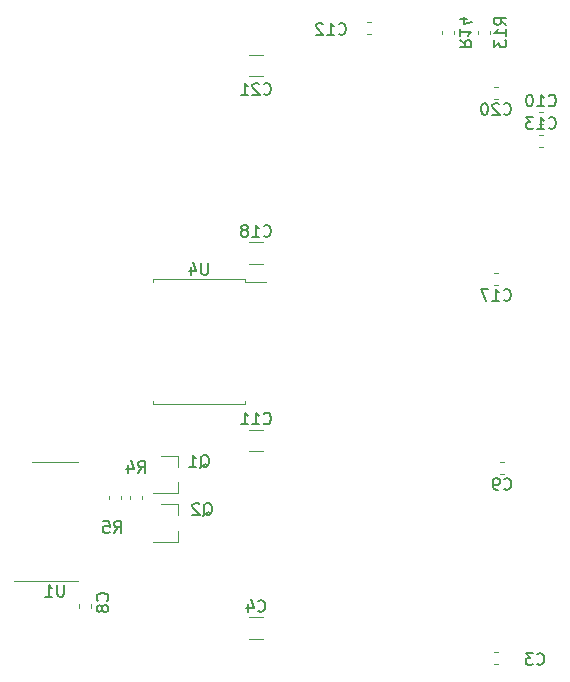
<source format=gbr>
G04 #@! TF.GenerationSoftware,KiCad,Pcbnew,5.1.6*
G04 #@! TF.CreationDate,2020-07-21T22:46:31+02:00*
G04 #@! TF.ProjectId,esp32_stepper_driver,65737033-325f-4737-9465-707065725f64,rev?*
G04 #@! TF.SameCoordinates,Original*
G04 #@! TF.FileFunction,Legend,Bot*
G04 #@! TF.FilePolarity,Positive*
%FSLAX46Y46*%
G04 Gerber Fmt 4.6, Leading zero omitted, Abs format (unit mm)*
G04 Created by KiCad (PCBNEW 5.1.6) date 2020-07-21 22:46:31*
%MOMM*%
%LPD*%
G01*
G04 APERTURE LIST*
%ADD10C,0.120000*%
%ADD11C,0.150000*%
G04 APERTURE END LIST*
D10*
X159004000Y-107368000D02*
X155144000Y-107368000D01*
X155144000Y-107368000D02*
X155144000Y-107113000D01*
X159004000Y-107368000D02*
X162864000Y-107368000D01*
X162864000Y-107368000D02*
X162864000Y-107113000D01*
X159004000Y-96848000D02*
X155144000Y-96848000D01*
X155144000Y-96848000D02*
X155144000Y-97103000D01*
X159004000Y-96848000D02*
X162864000Y-96848000D01*
X162864000Y-96848000D02*
X162864000Y-97103000D01*
X162864000Y-97103000D02*
X164679000Y-97103000D01*
X146812000Y-112288000D02*
X148762000Y-112288000D01*
X146812000Y-112288000D02*
X144862000Y-112288000D01*
X146812000Y-122408000D02*
X148762000Y-122408000D01*
X146812000Y-122408000D02*
X143362000Y-122408000D01*
X180596000Y-76108779D02*
X180596000Y-75783221D01*
X179576000Y-76108779D02*
X179576000Y-75783221D01*
X183644000Y-76108779D02*
X183644000Y-75783221D01*
X182624000Y-76108779D02*
X182624000Y-75783221D01*
X152402000Y-115478779D02*
X152402000Y-115153221D01*
X151382000Y-115478779D02*
X151382000Y-115153221D01*
X153160000Y-115153221D02*
X153160000Y-115478779D01*
X154180000Y-115153221D02*
X154180000Y-115478779D01*
X157224000Y-115895000D02*
X157224000Y-116825000D01*
X157224000Y-119055000D02*
X157224000Y-118125000D01*
X157224000Y-119055000D02*
X155064000Y-119055000D01*
X157224000Y-115895000D02*
X155764000Y-115895000D01*
X157224000Y-111765000D02*
X157224000Y-112695000D01*
X157224000Y-114925000D02*
X157224000Y-113995000D01*
X157224000Y-114925000D02*
X155064000Y-114925000D01*
X157224000Y-111765000D02*
X155764000Y-111765000D01*
X183978733Y-81536000D02*
X184321267Y-81536000D01*
X183978733Y-80516000D02*
X184321267Y-80516000D01*
X164432064Y-93705000D02*
X163227936Y-93705000D01*
X164432064Y-95525000D02*
X163227936Y-95525000D01*
X183978733Y-97284000D02*
X184321267Y-97284000D01*
X183978733Y-96264000D02*
X184321267Y-96264000D01*
X188131267Y-84580000D02*
X187788733Y-84580000D01*
X188131267Y-85600000D02*
X187788733Y-85600000D01*
X173183733Y-76075000D02*
X173526267Y-76075000D01*
X173183733Y-75055000D02*
X173526267Y-75055000D01*
X164432064Y-109580000D02*
X163227936Y-109580000D01*
X164432064Y-111400000D02*
X163227936Y-111400000D01*
X188131267Y-82675000D02*
X187788733Y-82675000D01*
X188131267Y-83695000D02*
X187788733Y-83695000D01*
X184486733Y-113286000D02*
X184829267Y-113286000D01*
X184486733Y-112266000D02*
X184829267Y-112266000D01*
X148842000Y-124288733D02*
X148842000Y-124631267D01*
X149862000Y-124288733D02*
X149862000Y-124631267D01*
X164432064Y-125455000D02*
X163227936Y-125455000D01*
X164432064Y-127275000D02*
X163227936Y-127275000D01*
X183978733Y-129415000D02*
X184321267Y-129415000D01*
X183978733Y-128395000D02*
X184321267Y-128395000D01*
X164432064Y-79650000D02*
X163227936Y-79650000D01*
X164432064Y-77830000D02*
X163227936Y-77830000D01*
D11*
X159765904Y-95460380D02*
X159765904Y-96269904D01*
X159718285Y-96365142D01*
X159670666Y-96412761D01*
X159575428Y-96460380D01*
X159384952Y-96460380D01*
X159289714Y-96412761D01*
X159242095Y-96365142D01*
X159194476Y-96269904D01*
X159194476Y-95460380D01*
X158289714Y-95793714D02*
X158289714Y-96460380D01*
X158527809Y-95412761D02*
X158765904Y-96127047D01*
X158146857Y-96127047D01*
X147573904Y-122700380D02*
X147573904Y-123509904D01*
X147526285Y-123605142D01*
X147478666Y-123652761D01*
X147383428Y-123700380D01*
X147192952Y-123700380D01*
X147097714Y-123652761D01*
X147050095Y-123605142D01*
X147002476Y-123509904D01*
X147002476Y-122700380D01*
X146002476Y-123700380D02*
X146573904Y-123700380D01*
X146288190Y-123700380D02*
X146288190Y-122700380D01*
X146383428Y-122843238D01*
X146478666Y-122938476D01*
X146573904Y-122986095D01*
X181063619Y-76588857D02*
X181539809Y-76922190D01*
X181063619Y-77160285D02*
X182063619Y-77160285D01*
X182063619Y-76779333D01*
X182016000Y-76684095D01*
X181968380Y-76636476D01*
X181873142Y-76588857D01*
X181730285Y-76588857D01*
X181635047Y-76636476D01*
X181587428Y-76684095D01*
X181539809Y-76779333D01*
X181539809Y-77160285D01*
X181063619Y-75636476D02*
X181063619Y-76207904D01*
X181063619Y-75922190D02*
X182063619Y-75922190D01*
X181920761Y-76017428D01*
X181825523Y-76112666D01*
X181777904Y-76207904D01*
X181730285Y-74779333D02*
X181063619Y-74779333D01*
X182111238Y-75017428D02*
X181396952Y-75255523D01*
X181396952Y-74636476D01*
X185016380Y-75303142D02*
X184540190Y-74969809D01*
X185016380Y-74731714D02*
X184016380Y-74731714D01*
X184016380Y-75112666D01*
X184064000Y-75207904D01*
X184111619Y-75255523D01*
X184206857Y-75303142D01*
X184349714Y-75303142D01*
X184444952Y-75255523D01*
X184492571Y-75207904D01*
X184540190Y-75112666D01*
X184540190Y-74731714D01*
X185016380Y-76255523D02*
X185016380Y-75684095D01*
X185016380Y-75969809D02*
X184016380Y-75969809D01*
X184159238Y-75874571D01*
X184254476Y-75779333D01*
X184302095Y-75684095D01*
X184016380Y-76588857D02*
X184016380Y-77207904D01*
X184397333Y-76874571D01*
X184397333Y-77017428D01*
X184444952Y-77112666D01*
X184492571Y-77160285D01*
X184587809Y-77207904D01*
X184825904Y-77207904D01*
X184921142Y-77160285D01*
X184968761Y-77112666D01*
X185016380Y-77017428D01*
X185016380Y-76731714D01*
X184968761Y-76636476D01*
X184921142Y-76588857D01*
X151804666Y-118308380D02*
X152138000Y-117832190D01*
X152376095Y-118308380D02*
X152376095Y-117308380D01*
X151995142Y-117308380D01*
X151899904Y-117356000D01*
X151852285Y-117403619D01*
X151804666Y-117498857D01*
X151804666Y-117641714D01*
X151852285Y-117736952D01*
X151899904Y-117784571D01*
X151995142Y-117832190D01*
X152376095Y-117832190D01*
X150899904Y-117308380D02*
X151376095Y-117308380D01*
X151423714Y-117784571D01*
X151376095Y-117736952D01*
X151280857Y-117689333D01*
X151042761Y-117689333D01*
X150947523Y-117736952D01*
X150899904Y-117784571D01*
X150852285Y-117879809D01*
X150852285Y-118117904D01*
X150899904Y-118213142D01*
X150947523Y-118260761D01*
X151042761Y-118308380D01*
X151280857Y-118308380D01*
X151376095Y-118260761D01*
X151423714Y-118213142D01*
X153836666Y-113228380D02*
X154170000Y-112752190D01*
X154408095Y-113228380D02*
X154408095Y-112228380D01*
X154027142Y-112228380D01*
X153931904Y-112276000D01*
X153884285Y-112323619D01*
X153836666Y-112418857D01*
X153836666Y-112561714D01*
X153884285Y-112656952D01*
X153931904Y-112704571D01*
X154027142Y-112752190D01*
X154408095Y-112752190D01*
X152979523Y-112561714D02*
X152979523Y-113228380D01*
X153217619Y-112180761D02*
X153455714Y-112895047D01*
X152836666Y-112895047D01*
X159353238Y-116879619D02*
X159448476Y-116832000D01*
X159543714Y-116736761D01*
X159686571Y-116593904D01*
X159781809Y-116546285D01*
X159877047Y-116546285D01*
X159829428Y-116784380D02*
X159924666Y-116736761D01*
X160019904Y-116641523D01*
X160067523Y-116451047D01*
X160067523Y-116117714D01*
X160019904Y-115927238D01*
X159924666Y-115832000D01*
X159829428Y-115784380D01*
X159638952Y-115784380D01*
X159543714Y-115832000D01*
X159448476Y-115927238D01*
X159400857Y-116117714D01*
X159400857Y-116451047D01*
X159448476Y-116641523D01*
X159543714Y-116736761D01*
X159638952Y-116784380D01*
X159829428Y-116784380D01*
X159019904Y-115879619D02*
X158972285Y-115832000D01*
X158877047Y-115784380D01*
X158638952Y-115784380D01*
X158543714Y-115832000D01*
X158496095Y-115879619D01*
X158448476Y-115974857D01*
X158448476Y-116070095D01*
X158496095Y-116212952D01*
X159067523Y-116784380D01*
X158448476Y-116784380D01*
X159099238Y-112815619D02*
X159194476Y-112768000D01*
X159289714Y-112672761D01*
X159432571Y-112529904D01*
X159527809Y-112482285D01*
X159623047Y-112482285D01*
X159575428Y-112720380D02*
X159670666Y-112672761D01*
X159765904Y-112577523D01*
X159813523Y-112387047D01*
X159813523Y-112053714D01*
X159765904Y-111863238D01*
X159670666Y-111768000D01*
X159575428Y-111720380D01*
X159384952Y-111720380D01*
X159289714Y-111768000D01*
X159194476Y-111863238D01*
X159146857Y-112053714D01*
X159146857Y-112387047D01*
X159194476Y-112577523D01*
X159289714Y-112672761D01*
X159384952Y-112720380D01*
X159575428Y-112720380D01*
X158194476Y-112720380D02*
X158765904Y-112720380D01*
X158480190Y-112720380D02*
X158480190Y-111720380D01*
X158575428Y-111863238D01*
X158670666Y-111958476D01*
X158765904Y-112006095D01*
X184792857Y-82813142D02*
X184840476Y-82860761D01*
X184983333Y-82908380D01*
X185078571Y-82908380D01*
X185221428Y-82860761D01*
X185316666Y-82765523D01*
X185364285Y-82670285D01*
X185411904Y-82479809D01*
X185411904Y-82336952D01*
X185364285Y-82146476D01*
X185316666Y-82051238D01*
X185221428Y-81956000D01*
X185078571Y-81908380D01*
X184983333Y-81908380D01*
X184840476Y-81956000D01*
X184792857Y-82003619D01*
X184411904Y-82003619D02*
X184364285Y-81956000D01*
X184269047Y-81908380D01*
X184030952Y-81908380D01*
X183935714Y-81956000D01*
X183888095Y-82003619D01*
X183840476Y-82098857D01*
X183840476Y-82194095D01*
X183888095Y-82336952D01*
X184459523Y-82908380D01*
X183840476Y-82908380D01*
X183221428Y-81908380D02*
X183126190Y-81908380D01*
X183030952Y-81956000D01*
X182983333Y-82003619D01*
X182935714Y-82098857D01*
X182888095Y-82289333D01*
X182888095Y-82527428D01*
X182935714Y-82717904D01*
X182983333Y-82813142D01*
X183030952Y-82860761D01*
X183126190Y-82908380D01*
X183221428Y-82908380D01*
X183316666Y-82860761D01*
X183364285Y-82813142D01*
X183411904Y-82717904D01*
X183459523Y-82527428D01*
X183459523Y-82289333D01*
X183411904Y-82098857D01*
X183364285Y-82003619D01*
X183316666Y-81956000D01*
X183221428Y-81908380D01*
X164472857Y-93152142D02*
X164520476Y-93199761D01*
X164663333Y-93247380D01*
X164758571Y-93247380D01*
X164901428Y-93199761D01*
X164996666Y-93104523D01*
X165044285Y-93009285D01*
X165091904Y-92818809D01*
X165091904Y-92675952D01*
X165044285Y-92485476D01*
X164996666Y-92390238D01*
X164901428Y-92295000D01*
X164758571Y-92247380D01*
X164663333Y-92247380D01*
X164520476Y-92295000D01*
X164472857Y-92342619D01*
X163520476Y-93247380D02*
X164091904Y-93247380D01*
X163806190Y-93247380D02*
X163806190Y-92247380D01*
X163901428Y-92390238D01*
X163996666Y-92485476D01*
X164091904Y-92533095D01*
X162949047Y-92675952D02*
X163044285Y-92628333D01*
X163091904Y-92580714D01*
X163139523Y-92485476D01*
X163139523Y-92437857D01*
X163091904Y-92342619D01*
X163044285Y-92295000D01*
X162949047Y-92247380D01*
X162758571Y-92247380D01*
X162663333Y-92295000D01*
X162615714Y-92342619D01*
X162568095Y-92437857D01*
X162568095Y-92485476D01*
X162615714Y-92580714D01*
X162663333Y-92628333D01*
X162758571Y-92675952D01*
X162949047Y-92675952D01*
X163044285Y-92723571D01*
X163091904Y-92771190D01*
X163139523Y-92866428D01*
X163139523Y-93056904D01*
X163091904Y-93152142D01*
X163044285Y-93199761D01*
X162949047Y-93247380D01*
X162758571Y-93247380D01*
X162663333Y-93199761D01*
X162615714Y-93152142D01*
X162568095Y-93056904D01*
X162568095Y-92866428D01*
X162615714Y-92771190D01*
X162663333Y-92723571D01*
X162758571Y-92675952D01*
X184792857Y-98561142D02*
X184840476Y-98608761D01*
X184983333Y-98656380D01*
X185078571Y-98656380D01*
X185221428Y-98608761D01*
X185316666Y-98513523D01*
X185364285Y-98418285D01*
X185411904Y-98227809D01*
X185411904Y-98084952D01*
X185364285Y-97894476D01*
X185316666Y-97799238D01*
X185221428Y-97704000D01*
X185078571Y-97656380D01*
X184983333Y-97656380D01*
X184840476Y-97704000D01*
X184792857Y-97751619D01*
X183840476Y-98656380D02*
X184411904Y-98656380D01*
X184126190Y-98656380D02*
X184126190Y-97656380D01*
X184221428Y-97799238D01*
X184316666Y-97894476D01*
X184411904Y-97942095D01*
X183507142Y-97656380D02*
X182840476Y-97656380D01*
X183269047Y-98656380D01*
X188602857Y-84017142D02*
X188650476Y-84064761D01*
X188793333Y-84112380D01*
X188888571Y-84112380D01*
X189031428Y-84064761D01*
X189126666Y-83969523D01*
X189174285Y-83874285D01*
X189221904Y-83683809D01*
X189221904Y-83540952D01*
X189174285Y-83350476D01*
X189126666Y-83255238D01*
X189031428Y-83160000D01*
X188888571Y-83112380D01*
X188793333Y-83112380D01*
X188650476Y-83160000D01*
X188602857Y-83207619D01*
X187650476Y-84112380D02*
X188221904Y-84112380D01*
X187936190Y-84112380D02*
X187936190Y-83112380D01*
X188031428Y-83255238D01*
X188126666Y-83350476D01*
X188221904Y-83398095D01*
X187317142Y-83112380D02*
X186698095Y-83112380D01*
X187031428Y-83493333D01*
X186888571Y-83493333D01*
X186793333Y-83540952D01*
X186745714Y-83588571D01*
X186698095Y-83683809D01*
X186698095Y-83921904D01*
X186745714Y-84017142D01*
X186793333Y-84064761D01*
X186888571Y-84112380D01*
X187174285Y-84112380D01*
X187269523Y-84064761D01*
X187317142Y-84017142D01*
X170822857Y-76049142D02*
X170870476Y-76096761D01*
X171013333Y-76144380D01*
X171108571Y-76144380D01*
X171251428Y-76096761D01*
X171346666Y-76001523D01*
X171394285Y-75906285D01*
X171441904Y-75715809D01*
X171441904Y-75572952D01*
X171394285Y-75382476D01*
X171346666Y-75287238D01*
X171251428Y-75192000D01*
X171108571Y-75144380D01*
X171013333Y-75144380D01*
X170870476Y-75192000D01*
X170822857Y-75239619D01*
X169870476Y-76144380D02*
X170441904Y-76144380D01*
X170156190Y-76144380D02*
X170156190Y-75144380D01*
X170251428Y-75287238D01*
X170346666Y-75382476D01*
X170441904Y-75430095D01*
X169489523Y-75239619D02*
X169441904Y-75192000D01*
X169346666Y-75144380D01*
X169108571Y-75144380D01*
X169013333Y-75192000D01*
X168965714Y-75239619D01*
X168918095Y-75334857D01*
X168918095Y-75430095D01*
X168965714Y-75572952D01*
X169537142Y-76144380D01*
X168918095Y-76144380D01*
X164472857Y-109027142D02*
X164520476Y-109074761D01*
X164663333Y-109122380D01*
X164758571Y-109122380D01*
X164901428Y-109074761D01*
X164996666Y-108979523D01*
X165044285Y-108884285D01*
X165091904Y-108693809D01*
X165091904Y-108550952D01*
X165044285Y-108360476D01*
X164996666Y-108265238D01*
X164901428Y-108170000D01*
X164758571Y-108122380D01*
X164663333Y-108122380D01*
X164520476Y-108170000D01*
X164472857Y-108217619D01*
X163520476Y-109122380D02*
X164091904Y-109122380D01*
X163806190Y-109122380D02*
X163806190Y-108122380D01*
X163901428Y-108265238D01*
X163996666Y-108360476D01*
X164091904Y-108408095D01*
X162568095Y-109122380D02*
X163139523Y-109122380D01*
X162853809Y-109122380D02*
X162853809Y-108122380D01*
X162949047Y-108265238D01*
X163044285Y-108360476D01*
X163139523Y-108408095D01*
X188602857Y-82112142D02*
X188650476Y-82159761D01*
X188793333Y-82207380D01*
X188888571Y-82207380D01*
X189031428Y-82159761D01*
X189126666Y-82064523D01*
X189174285Y-81969285D01*
X189221904Y-81778809D01*
X189221904Y-81635952D01*
X189174285Y-81445476D01*
X189126666Y-81350238D01*
X189031428Y-81255000D01*
X188888571Y-81207380D01*
X188793333Y-81207380D01*
X188650476Y-81255000D01*
X188602857Y-81302619D01*
X187650476Y-82207380D02*
X188221904Y-82207380D01*
X187936190Y-82207380D02*
X187936190Y-81207380D01*
X188031428Y-81350238D01*
X188126666Y-81445476D01*
X188221904Y-81493095D01*
X187031428Y-81207380D02*
X186936190Y-81207380D01*
X186840952Y-81255000D01*
X186793333Y-81302619D01*
X186745714Y-81397857D01*
X186698095Y-81588333D01*
X186698095Y-81826428D01*
X186745714Y-82016904D01*
X186793333Y-82112142D01*
X186840952Y-82159761D01*
X186936190Y-82207380D01*
X187031428Y-82207380D01*
X187126666Y-82159761D01*
X187174285Y-82112142D01*
X187221904Y-82016904D01*
X187269523Y-81826428D01*
X187269523Y-81588333D01*
X187221904Y-81397857D01*
X187174285Y-81302619D01*
X187126666Y-81255000D01*
X187031428Y-81207380D01*
X184824666Y-114563142D02*
X184872285Y-114610761D01*
X185015142Y-114658380D01*
X185110380Y-114658380D01*
X185253238Y-114610761D01*
X185348476Y-114515523D01*
X185396095Y-114420285D01*
X185443714Y-114229809D01*
X185443714Y-114086952D01*
X185396095Y-113896476D01*
X185348476Y-113801238D01*
X185253238Y-113706000D01*
X185110380Y-113658380D01*
X185015142Y-113658380D01*
X184872285Y-113706000D01*
X184824666Y-113753619D01*
X184348476Y-114658380D02*
X184158000Y-114658380D01*
X184062761Y-114610761D01*
X184015142Y-114563142D01*
X183919904Y-114420285D01*
X183872285Y-114229809D01*
X183872285Y-113848857D01*
X183919904Y-113753619D01*
X183967523Y-113706000D01*
X184062761Y-113658380D01*
X184253238Y-113658380D01*
X184348476Y-113706000D01*
X184396095Y-113753619D01*
X184443714Y-113848857D01*
X184443714Y-114086952D01*
X184396095Y-114182190D01*
X184348476Y-114229809D01*
X184253238Y-114277428D01*
X184062761Y-114277428D01*
X183967523Y-114229809D01*
X183919904Y-114182190D01*
X183872285Y-114086952D01*
X151233142Y-124039333D02*
X151280761Y-123991714D01*
X151328380Y-123848857D01*
X151328380Y-123753619D01*
X151280761Y-123610761D01*
X151185523Y-123515523D01*
X151090285Y-123467904D01*
X150899809Y-123420285D01*
X150756952Y-123420285D01*
X150566476Y-123467904D01*
X150471238Y-123515523D01*
X150376000Y-123610761D01*
X150328380Y-123753619D01*
X150328380Y-123848857D01*
X150376000Y-123991714D01*
X150423619Y-124039333D01*
X150756952Y-124610761D02*
X150709333Y-124515523D01*
X150661714Y-124467904D01*
X150566476Y-124420285D01*
X150518857Y-124420285D01*
X150423619Y-124467904D01*
X150376000Y-124515523D01*
X150328380Y-124610761D01*
X150328380Y-124801238D01*
X150376000Y-124896476D01*
X150423619Y-124944095D01*
X150518857Y-124991714D01*
X150566476Y-124991714D01*
X150661714Y-124944095D01*
X150709333Y-124896476D01*
X150756952Y-124801238D01*
X150756952Y-124610761D01*
X150804571Y-124515523D01*
X150852190Y-124467904D01*
X150947428Y-124420285D01*
X151137904Y-124420285D01*
X151233142Y-124467904D01*
X151280761Y-124515523D01*
X151328380Y-124610761D01*
X151328380Y-124801238D01*
X151280761Y-124896476D01*
X151233142Y-124944095D01*
X151137904Y-124991714D01*
X150947428Y-124991714D01*
X150852190Y-124944095D01*
X150804571Y-124896476D01*
X150756952Y-124801238D01*
X163996666Y-124902142D02*
X164044285Y-124949761D01*
X164187142Y-124997380D01*
X164282380Y-124997380D01*
X164425238Y-124949761D01*
X164520476Y-124854523D01*
X164568095Y-124759285D01*
X164615714Y-124568809D01*
X164615714Y-124425952D01*
X164568095Y-124235476D01*
X164520476Y-124140238D01*
X164425238Y-124045000D01*
X164282380Y-123997380D01*
X164187142Y-123997380D01*
X164044285Y-124045000D01*
X163996666Y-124092619D01*
X163139523Y-124330714D02*
X163139523Y-124997380D01*
X163377619Y-123949761D02*
X163615714Y-124664047D01*
X162996666Y-124664047D01*
X187618666Y-129389142D02*
X187666285Y-129436761D01*
X187809142Y-129484380D01*
X187904380Y-129484380D01*
X188047238Y-129436761D01*
X188142476Y-129341523D01*
X188190095Y-129246285D01*
X188237714Y-129055809D01*
X188237714Y-128912952D01*
X188190095Y-128722476D01*
X188142476Y-128627238D01*
X188047238Y-128532000D01*
X187904380Y-128484380D01*
X187809142Y-128484380D01*
X187666285Y-128532000D01*
X187618666Y-128579619D01*
X187285333Y-128484380D02*
X186666285Y-128484380D01*
X186999619Y-128865333D01*
X186856761Y-128865333D01*
X186761523Y-128912952D01*
X186713904Y-128960571D01*
X186666285Y-129055809D01*
X186666285Y-129293904D01*
X186713904Y-129389142D01*
X186761523Y-129436761D01*
X186856761Y-129484380D01*
X187142476Y-129484380D01*
X187237714Y-129436761D01*
X187285333Y-129389142D01*
X164472857Y-81129142D02*
X164520476Y-81176761D01*
X164663333Y-81224380D01*
X164758571Y-81224380D01*
X164901428Y-81176761D01*
X164996666Y-81081523D01*
X165044285Y-80986285D01*
X165091904Y-80795809D01*
X165091904Y-80652952D01*
X165044285Y-80462476D01*
X164996666Y-80367238D01*
X164901428Y-80272000D01*
X164758571Y-80224380D01*
X164663333Y-80224380D01*
X164520476Y-80272000D01*
X164472857Y-80319619D01*
X164091904Y-80319619D02*
X164044285Y-80272000D01*
X163949047Y-80224380D01*
X163710952Y-80224380D01*
X163615714Y-80272000D01*
X163568095Y-80319619D01*
X163520476Y-80414857D01*
X163520476Y-80510095D01*
X163568095Y-80652952D01*
X164139523Y-81224380D01*
X163520476Y-81224380D01*
X162568095Y-81224380D02*
X163139523Y-81224380D01*
X162853809Y-81224380D02*
X162853809Y-80224380D01*
X162949047Y-80367238D01*
X163044285Y-80462476D01*
X163139523Y-80510095D01*
M02*

</source>
